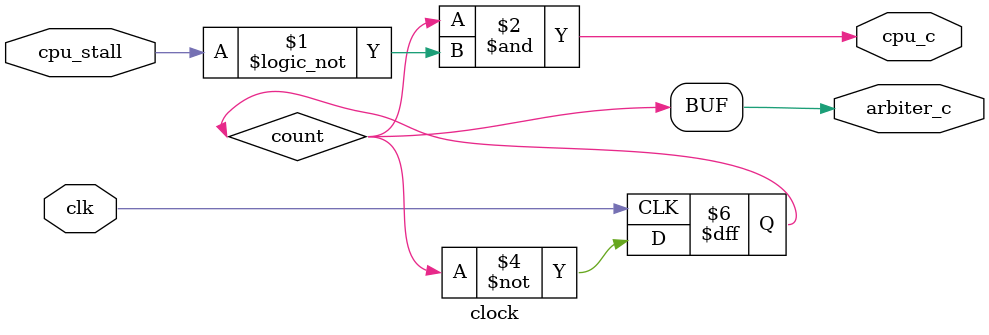
<source format=v>
module clock(clk, cpu_stall, arbiter_c, cpu_c);
	input clk, cpu_stall;
	output arbiter_c, cpu_c;

	reg count = 0;

	assign arbiter_c = count;
	assign cpu_c = count & !cpu_stall;

	always @(posedge clk)
		count = ~count;
endmodule

</source>
